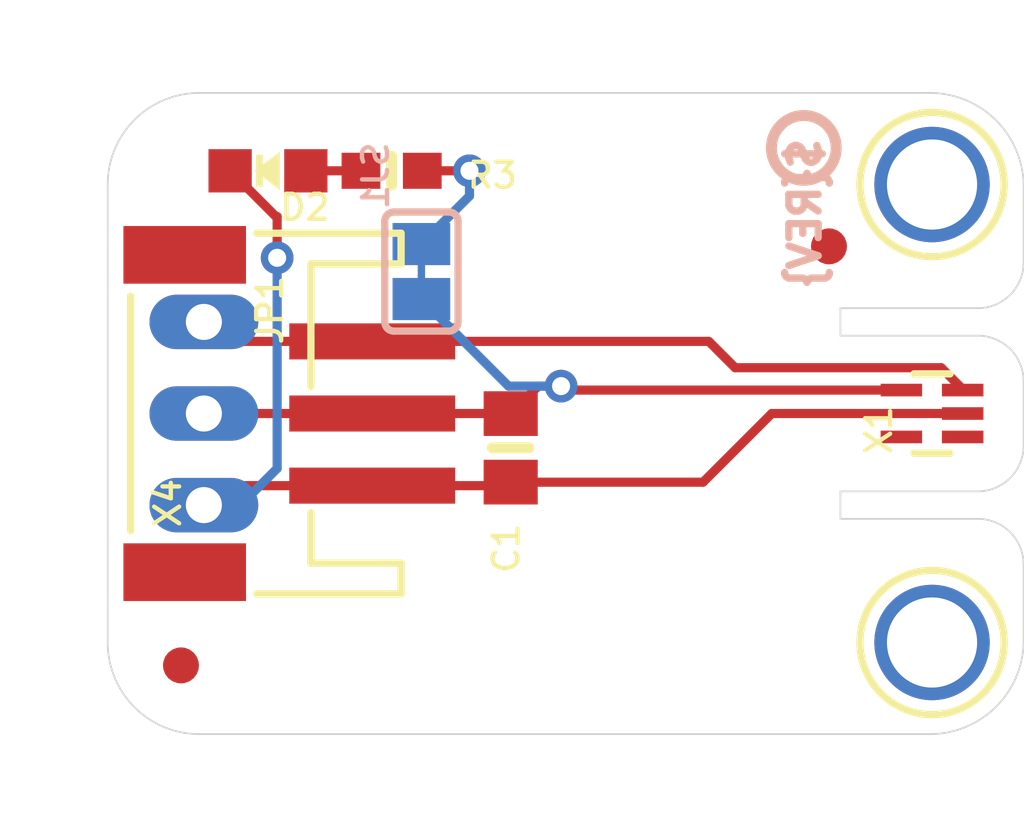
<source format=kicad_pcb>
(kicad_pcb (version 20221018) (generator pcbnew)
  (layers (0 "F.Cu" signal) (1 "In1.Cu" signal) (2 "In2.Cu" signal) (3 "In3.Cu" signal) (4 "In4.Cu" signal) (5 "In5.Cu" signal) (6 "In6.Cu" signal) (7 "In7.Cu" signal) (8 "In8.Cu" signal) (9 "In9.Cu" signal) (10 "In10.Cu" signal) (11 "In11.Cu" signal) (12 "In12.Cu" signal) (13 "In13.Cu" signal) (14 "In14.Cu" signal) (31 "B.Cu" signal) (34 "B.Paste" user) (35 "F.Paste" user) (36 "B.SilkS" user "B.Silkscreen") (37 "F.SilkS" user "F.Silkscreen") (38 "B.Mask" user) (39 "F.Mask" user) (44 "Edge.Cuts" user))
  (net 0 "")
  (net 1 "GND")
  (net 2 "SIGNAL")
  (net 3 "N$26")
  (net 4 "VIN")
  (net 5 "N$1")
  (footprint "working:0805-NO" (layer "F.Cu") (at 146.9771 105.9561 -90)
    (fp_text reference "C1" (at 2.032 0.127 90) (layer "F.SilkS") (effects (font (size 0.692831 0.692831) (thickness 0.119969)) (justify right)))
    (fp_text value "1uF")
    (fp_line (start 0 -0.508) (end 0 0.508) (stroke (width 0.3048)) (layer "F.SilkS"))
    (pad "1" smd rect (at -0.95 0 270) (size 1.24 1.5) (layers "F.Cu" "F.Paste" "F.Mask") (net 4 "VIN"))
    (pad "2" smd rect (at 0.95 0 270) (size 1.24 1.5) (layers "F.Cu" "F.Paste" "F.Mask") (net 1 "GND"))
  )
  (footprint "working:MOUNTINGHOLE_2.5_PLATED" (layer "F.Cu") (at 158.6611 98.6536)
    (fp_text reference "U$8" hide)
    (fp_text value "MOUNTINGHOLE2.5" hide)
    (fp_circle (center 0 0) (end 2 0) (stroke (width 0.2032)) (fill none) (layer "F.SilkS"))
    (pad "P$1" thru_hole circle (at 0 0) (size 3.2 3.2) (drill 2.5) (layers "*.Cu" "*.Mask"))
  )
  (footprint "working:FIDUCIAL_1MM" (layer "F.Cu") (at 137.8331 111.9886)
    (fp_text reference "FID2" hide)
    (fp_text value "FIDUCIAL_1MM" hide)
    (pad "1" smd roundrect (at 0 0) (size 1 1) (layers "F.Cu" "F.Mask") (roundrect_rratio 0.5))
  )
  (footprint "working:0603-NO" (layer "F.Cu") (at 143.6751 98.2726)
    (fp_text reference "R3" (at 2.032 0.127) (layer "F.SilkS") (effects (font (size 0.692831 0.692831) (thickness 0.119969)) (justify left)))
    (fp_text value "1K")
    (fp_line (start 0 -0.4) (end 0 0.4) (stroke (width 0.3048)) (layer "F.SilkS"))
    (pad "1" smd rect (at -0.85 0) (size 1.075 1) (layers "F.Cu" "F.Paste" "F.Mask") (net 3 "N$26"))
    (pad "2" smd rect (at 0.85 0) (size 1.075 1) (layers "F.Cu" "F.Paste" "F.Mask") (net 5 "N$1"))
  )
  (footprint "working:FIDUCIAL_1MM" (layer "F.Cu") (at 155.8036 100.3681)
    (fp_text reference "FID3" hide)
    (fp_text value "FIDUCIAL_1MM" hide)
    (pad "1" smd roundrect (at 0 0) (size 1 1) (layers "F.Cu" "F.Mask") (roundrect_rratio 0.5))
  )
  (footprint "working:JSTPH3" (layer "F.Cu") (at 140.4366 105.0036 90)
    (fp_text reference "X4" (at -3.2225 -2.9685 90) (layer "F.SilkS") (effects (font (size 0.692831 0.692831) (thickness 0.119969)) (justify left)))
    (fp_text value "JST PH 3")
    (fp_line (start -5 3.5) (end -5 -0.5) (stroke (width 0.2032)) (layer "F.SilkS"))
    (fp_line (start -4.15 1) (end -4.15 3.5) (stroke (width 0.2032)) (layer "F.SilkS"))
    (fp_line (start -4.15 3.5) (end -5 3.5) (stroke (width 0.2032)) (layer "F.SilkS"))
    (fp_line (start -3.25 -4) (end 3.25 -4) (stroke (width 0.2032)) (layer "F.SilkS"))
    (fp_line (start -2.75 1) (end -4.15 1) (stroke (width 0.2032)) (layer "F.SilkS"))
    (fp_line (start 4.15 1) (end 0.75 1) (stroke (width 0.2032)) (layer "F.SilkS"))
    (fp_line (start 4.15 3.5) (end 4.15 1) (stroke (width 0.2032)) (layer "F.SilkS"))
    (fp_line (start 5 -0.5) (end 5 3.5) (stroke (width 0.2032)) (layer "F.SilkS"))
    (fp_line (start 5 3.5) (end 4.15 3.5) (stroke (width 0.2032)) (layer "F.SilkS"))
    (pad "1" smd rect (at -2 2.7 90) (size 1 4.6) (layers "F.Cu" "F.Paste" "F.Mask") (net 1 "GND"))
    (pad "2" smd rect (at 0 2.7 90) (size 1 4.6) (layers "F.Cu" "F.Paste" "F.Mask") (net 4 "VIN"))
    (pad "3" smd rect (at 2 2.7 90) (size 1 4.6) (layers "F.Cu" "F.Paste" "F.Mask") (net 2 "SIGNAL"))
    (pad "NC1" smd rect (at -4.4 -2.5 180) (size 3.4 1.6) (layers "F.Cu" "F.Paste" "F.Mask"))
    (pad "NC2" smd rect (at 4.4 -2.5 180) (size 3.4 1.6) (layers "F.Cu" "F.Paste" "F.Mask"))
  )
  (footprint "working:1X03_OVAL" (layer "F.Cu") (at 138.4681 105.0036 -90)
    (fp_text reference "JP1" (at -3.8862 -1.8288 90) (layer "F.SilkS") (effects (font (size 0.692831 0.692831) (thickness 0.119969)) (justify right)))
    (fp_text value "0.1\" Header")
    (pad "1" thru_hole oval (at -2.54 0) (size 3.016 1.508) (drill 1) (layers "*.Cu" "*.Mask") (net 2 "SIGNAL"))
    (pad "2" thru_hole oval (at 0 0) (size 3.016 1.508) (drill 1) (layers "*.Cu" "*.Mask") (net 4 "VIN"))
    (pad "3" thru_hole oval (at 2.54 0) (size 3.016 1.508) (drill 1) (layers "*.Cu" "*.Mask") (net 1 "GND"))
  )
  (footprint "working:CHIPLED_0805_NOOUTLINE" (layer "F.Cu") (at 140.2461 98.2726 90)
    (fp_text reference "D2" (at -1.016 1.778) (layer "F.SilkS") (effects (font (size 0.692831 0.692831) (thickness 0.119969)) (justify right)))
    (fp_text value "GREEN")
    (fp_poly (pts (xy 0.5334 0.3302) (xy -0.5334 0.3302) (xy 0 -0.381)) (fill solid) (layer "F.SilkS"))
    (fp_poly (pts (xy -0.4445 -0.1405) (xy 0.4445 -0.1405) (xy 0.4445 -0.331) (xy -0.4445 -0.331)) (fill solid) (layer "F.SilkS"))
    (pad "A" smd rect (at 0 1.05 90) (size 1.2 1.2) (layers "F.Cu" "F.Paste" "F.Mask") (net 3 "N$26"))
    (pad "C" smd rect (at 0 -1.05 90) (size 1.2 1.2) (layers "F.Cu" "F.Paste" "F.Mask") (net 1 "GND"))
  )
  (footprint "working:SC70-5" (layer "F.Cu") (at 158.6611 105.0036 90)
    (fp_text reference "X1" (at -1.2 -1.477 90) (layer "F.SilkS") (effects (font (size 0.692831 0.692831) (thickness 0.119969)) (justify left)))
    (fp_text value "TMP235_DCKR")
    (fp_line (start -1.1 0.5) (end -1.1 -0.5) (stroke (width 0.2032)) (layer "F.SilkS"))
    (fp_line (start 1.1 -0.5) (end 1.1 0.5) (stroke (width 0.2032)) (layer "F.SilkS"))
    (pad "1" smd rect (at -0.65 0.85 90) (size 0.35 1.15) (layers "F.Cu" "F.Paste" "F.Mask"))
    (pad "2" smd rect (at 0 0.85 90) (size 0.35 1.15) (layers "F.Cu" "F.Paste" "F.Mask") (net 1 "GND"))
    (pad "3" smd rect (at 0.65 0.85 90) (size 0.35 1.15) (layers "F.Cu" "F.Paste" "F.Mask") (net 2 "SIGNAL"))
    (pad "4" smd rect (at 0.65 -0.85 90) (size 0.35 1.15) (layers "F.Cu" "F.Paste" "F.Mask") (net 4 "VIN"))
    (pad "5" smd rect (at -0.65 -0.85 90) (size 0.35 1.15) (layers "F.Cu" "F.Paste" "F.Mask"))
  )
  (footprint "working:TMP235_FRONT" (layer "F.Cu") (at 135.8011 96.1136 -90)
    (fp_text reference "U$13" hide)
    (fp_text value "" hide)
  )
  (footprint "working:MOUNTINGHOLE_2.5_PLATED" (layer "F.Cu") (at 158.6611 111.3536)
    (fp_text reference "U$1" hide)
    (fp_text value "MOUNTINGHOLE2.5" hide)
    (fp_circle (center 0 0) (end 2 0) (stroke (width 0.2032)) (fill none) (layer "F.SilkS"))
    (pad "P$1" thru_hole circle (at 0 0) (size 3.2 3.2) (drill 2.5) (layers "*.Cu" "*.Mask"))
  )
  (footprint "working:PCBFEAT-REV-040" (layer "B.Cu") (at 155.1051 97.6376 -90)
    (fp_text reference "U$5" hide)
    (fp_text value "" hide)
    (fp_text user "${REV}" (at -0.3556 -0.508 90) (layer "B.SilkS") (effects (font (size 0.8128 0.8128) (thickness 0.2032)) (justify left bottom mirror)))
    (fp_circle (center 0 0) (end 0.898 0) (stroke (width 0.3048)) (fill none) (layer "B.SilkS"))
  )
  (footprint "working:SOLDERJUMPER_CLOSEDWIRE" (layer "B.Cu") (at 144.5006 101.0666 -90)
    (fp_text reference "SJ1" (at -1.651 1.27 -270) (layer "B.SilkS") (effects (font (size 0.692831 0.692831) (thickness 0.119969)) (justify right mirror)))
    (fp_text value "")
    (fp_line (start -1.651 -0.762) (end -1.651 0.762) (stroke (width 0.2032)) (layer "B.SilkS"))
    (fp_line (start -1.397 1.016) (end 1.397 1.016) (stroke (width 0.2032)) (layer "B.SilkS"))
    (fp_line (start 1.397 -1.016) (end -1.397 -1.016) (stroke (width 0.2032)) (layer "B.SilkS"))
    (fp_line (start 1.651 -0.762) (end 1.651 0.762) (stroke (width 0.2032)) (layer "B.SilkS"))
    (fp_arc (start -1.651 -0.762) (mid -1.576605 -0.941605) (end -1.397 -1.016) (stroke (width 0.2032)) (layer "B.SilkS"))
    (fp_arc (start -1.397 1.016) (mid -1.576605 0.941605) (end -1.651 0.762) (stroke (width 0.2032)) (layer "B.SilkS"))
    (fp_arc (start 1.397 -1.016) (mid 1.576605 -0.941605) (end 1.651 -0.762) (stroke (width 0.2032)) (layer "B.SilkS"))
    (fp_arc (start 1.651 0.762) (mid 1.576605 0.941605) (end 1.397 1.016) (stroke (width 0.2032)) (layer "B.SilkS"))
    (pad "1" smd rect (at -0.762 0 270) (size 1.1684 1.6002) (layers "B.Cu") (net 5 "N$1"))
    (pad "2" smd rect (at 0.762 0 270) (size 1.1684 1.6002) (layers "B.Cu") (net 4 "VIN"))
    (pad "WIRE" smd rect (at 0 0 90) (size 0.635 0.2032) (layers "B.Cu"))
  )
  (footprint "working:TMP235_BACK" (layer "B.Cu") (at 135.8011 113.8936 90)
    (fp_text reference "U$12" hide)
    (fp_text value "" hide)
  )
  (gr_line (start 138.3411 113.8936) (end 158.5341 113.8936) (stroke (width 0.05)) (layer "Edge.Cuts"))
  (gr_line (start 156.1211 107.9246) (end 156.1211 107.1626) (stroke (width 0.05)) (layer "Edge.Cuts"))
  (gr_line (start 158.5341 96.1136) (end 138.3411 96.1136) (stroke (width 0.05)) (layer "Edge.Cuts"))
  (gr_line (start 135.8011 98.6536) (end 135.8011 111.3536) (stroke (width 0.05)) (layer "Edge.Cuts"))
  (gr_line (start 159.9311 107.9246) (end 156.1211 107.9246) (stroke (width 0.05)) (layer "Edge.Cuts"))
  (gr_line (start 156.1211 107.1626) (end 159.9311 107.1626) (stroke (width 0.05)) (layer "Edge.Cuts"))
  (gr_arc (start 158.5341 96.1136) (mid 160.393651 96.831246) (end 161.2011 98.6536) (stroke (width 0.05)) (layer "Edge.Cuts"))
  (gr_arc (start 138.3411 113.8936) (mid 136.545049 113.149651) (end 135.8011 111.3536) (stroke (width 0.05)) (layer "Edge.Cuts"))
  (gr_line (start 161.2011 111.3536) (end 161.2011 109.1946) (stroke (width 0.05)) (layer "Edge.Cuts"))
  (gr_line (start 156.1211 102.8446) (end 156.1211 102.0826) (stroke (width 0.05)) (layer "Edge.Cuts"))
  (gr_line (start 161.2011 100.8126) (end 161.2011 98.6536) (stroke (width 0.05)) (layer "Edge.Cuts"))
  (gr_arc (start 159.9311 107.9246) (mid 160.829126 108.296574) (end 161.2011 109.1946) (stroke (width 0.05)) (layer "Edge.Cuts"))
  (gr_arc (start 161.2011 100.8126) (mid 160.829126 101.710626) (end 159.9311 102.0826) (stroke (width 0.05)) (layer "Edge.Cuts"))
  (gr_arc (start 135.8011 98.6536) (mid 136.545049 96.857549) (end 138.3411 96.1136) (stroke (width 0.05)) (layer "Edge.Cuts"))
  (gr_line (start 156.1211 102.0826) (end 159.9311 102.0826) (stroke (width 0.05)) (layer "Edge.Cuts"))
  (gr_arc (start 161.2011 111.3536) (mid 160.393651 113.175954) (end 158.5341 113.8936) (stroke (width 0.05)) (layer "Edge.Cuts"))
  (gr_line (start 159.9311 102.8446) (end 156.1211 102.8446) (stroke (width 0.05)) (layer "Edge.Cuts"))
  (gr_line (start 161.2011 105.8926) (end 161.2011 104.1146) (stroke (width 0.05)) (layer "Edge.Cuts"))
  (gr_arc (start 159.9311 102.8446) (mid 160.829126 103.216574) (end 161.2011 104.1146) (stroke (width 0.05)) (layer "Edge.Cuts"))
  (gr_arc (start 161.2011 105.8926) (mid 160.829126 106.790626) (end 159.9311 107.1626) (stroke (width 0.05)) (layer "Edge.Cuts"))
  (segment (start 152.3111 106.9086) (end 147.1041 106.9086) (width 0.254) (layer "F.Cu") (net 1))
  (segment (start 139.0081 107.0036) (end 138.4681 107.5436) (width 0.254) (layer "F.Cu") (net 1))
  (segment (start 143.1366 107.0036) (end 147.0091 107.0036) (width 0.254) (layer "F.Cu") (net 1))
  (segment (start 139.1961 98.2726) (end 140.4661 99.5426) (width 0.254) (layer "F.Cu") (net 1))
  (segment (start 147.1041 106.9086) (end 146.9796 106.9086) (width 0.254) (layer "F.Cu") (net 1))
  (segment (start 147.0091 107.0036) (end 147.1041 106.9086) (width 0.254) (layer "F.Cu") (net 1))
  (segment (start 159.5111 105.0036) (end 154.2161 105.0036) (width 0.254) (layer "F.Cu") (net 1))
  (segment (start 140.5001 99.5426) (end 140.5001 100.6856) (width 0.254) (layer "F.Cu") (net 1))
  (segment (start 154.2161 105.0036) (end 152.3111 106.9086) (width 0.254) (layer "F.Cu") (net 1))
  (segment (start 143.1366 107.0036) (end 139.0081 107.0036) (width 0.254) (layer "F.Cu") (net 1))
  (segment (start 146.9796 106.9086) (end 146.9771 106.9061) (width 0.254) (layer "F.Cu") (net 1))
  (segment (start 140.4661 99.5426) (end 140.5001 99.5426) (width 0.254) (layer "F.Cu") (net 1))
  (via (at 140.5001 100.6856) (size 0.9064) (drill 0.5) (layers "F.Cu" "B.Cu") (net 1))
  (segment (start 140.5001 100.6856) (end 140.5001 106.5276) (width 0.254) (layer "B.Cu") (net 1))
  (segment (start 140.5001 106.5276) (end 139.4841 107.5436) (width 0.254) (layer "B.Cu") (net 1))
  (segment (start 139.4841 107.5436) (end 138.4681 107.5436) (width 0.254) (layer "B.Cu") (net 1))
  (segment (start 159.5111 104.3296) (end 159.5111 104.3536) (width 0.254) (layer "F.Cu") (net 2))
  (segment (start 153.2001 103.7336) (end 158.9151 103.7336) (width 0.254) (layer "F.Cu") (net 2))
  (segment (start 158.9151 103.7336) (end 159.5111 104.3296) (width 0.254) (layer "F.Cu") (net 2))
  (segment (start 143.1366 103.0036) (end 152.4701 103.0036) (width 0.254) (layer "F.Cu") (net 2))
  (segment (start 152.4701 103.0036) (end 153.2001 103.7336) (width 0.254) (layer "F.Cu") (net 2))
  (segment (start 139.0081 103.0036) (end 138.4681 102.4636) (width 0.254) (layer "F.Cu") (net 2))
  (segment (start 143.1366 103.0036) (end 139.0081 103.0036) (width 0.254) (layer "F.Cu") (net 2))
  (segment (start 141.2961 98.2726) (end 142.8251 98.2726) (width 0.254) (layer "F.Cu") (net 3))
  (segment (start 146.9771 105.0061) (end 147.7391 104.2441) (width 0.254) (layer "F.Cu") (net 4))
  (segment (start 143.1366 105.0036) (end 147.2286 105.0036) (width 0.254) (layer "F.Cu") (net 4))
  (segment (start 148.4836 104.3536) (end 148.3741 104.2441) (width 0.254) (layer "F.Cu") (net 4))
  (segment (start 147.2311 105.0061) (end 146.9771 105.0061) (width 0.254) (layer "F.Cu") (net 4))
  (segment (start 157.8111 104.3536) (end 148.4836 104.3536) (width 0.254) (layer "F.Cu") (net 4))
  (segment (start 147.2286 105.0036) (end 147.2311 105.0061) (width 0.254) (layer "F.Cu") (net 4))
  (segment (start 138.4681 105.0036) (end 143.1366 105.0036) (width 0.254) (layer "F.Cu") (net 4))
  (segment (start 148.3741 104.2441) (end 147.7391 104.2441) (width 0.254) (layer "F.Cu") (net 4))
  (via (at 148.3741 104.2441) (size 0.9064) (drill 0.5) (layers "F.Cu" "B.Cu") (net 4))
  (segment (start 144.5006 101.8286) (end 146.9161 104.2441) (width 0.254) (layer "B.Cu") (net 4))
  (segment (start 146.9161 104.2441) (end 148.3741 104.2441) (width 0.254) (layer "B.Cu") (net 4))
  (segment (start 144.5251 98.2726) (end 145.8341 98.2726) (width 0.254) (layer "F.Cu") (net 5))
  (via (at 145.8341 98.2726) (size 0.9064) (drill 0.5) (layers "F.Cu" "B.Cu") (net 5))
  (segment (start 145.8341 98.2726) (end 145.8341 98.9711) (width 0.254) (layer "B.Cu") (net 5))
  (segment (start 145.8341 98.9711) (end 144.5006 100.3046) (width 0.254) (layer "B.Cu") (net 5))
)
</source>
